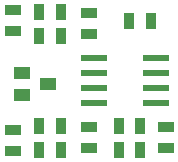
<source format=gtp>
G75*
%MOIN*%
%OFA0B0*%
%FSLAX25Y25*%
%IPPOS*%
%LPD*%
%AMOC8*
5,1,8,0,0,1.08239X$1,22.5*
%
%ADD10R,0.05512X0.03937*%
%ADD11R,0.08661X0.02362*%
%ADD12R,0.05512X0.03543*%
%ADD13R,0.03543X0.05512*%
D10*
X0048396Y0037460D03*
X0057058Y0041200D03*
X0048396Y0044940D03*
D11*
X0072491Y0044700D03*
X0072491Y0049700D03*
X0072491Y0039700D03*
X0072491Y0034700D03*
X0092963Y0034700D03*
X0092963Y0039700D03*
X0092963Y0044700D03*
X0092963Y0049700D03*
D12*
X0045227Y0018657D03*
X0045227Y0025743D03*
X0070727Y0026743D03*
X0070727Y0019657D03*
X0096227Y0019657D03*
X0096227Y0026743D03*
X0070727Y0057657D03*
X0070727Y0064743D03*
X0045227Y0065743D03*
X0045227Y0058657D03*
D13*
X0054184Y0057200D03*
X0061270Y0057200D03*
X0061270Y0065200D03*
X0054184Y0065200D03*
X0084184Y0062200D03*
X0091270Y0062200D03*
X0087770Y0027200D03*
X0080684Y0027200D03*
X0080684Y0019200D03*
X0087770Y0019200D03*
X0061270Y0019200D03*
X0054184Y0019200D03*
X0054184Y0027200D03*
X0061270Y0027200D03*
M02*

</source>
